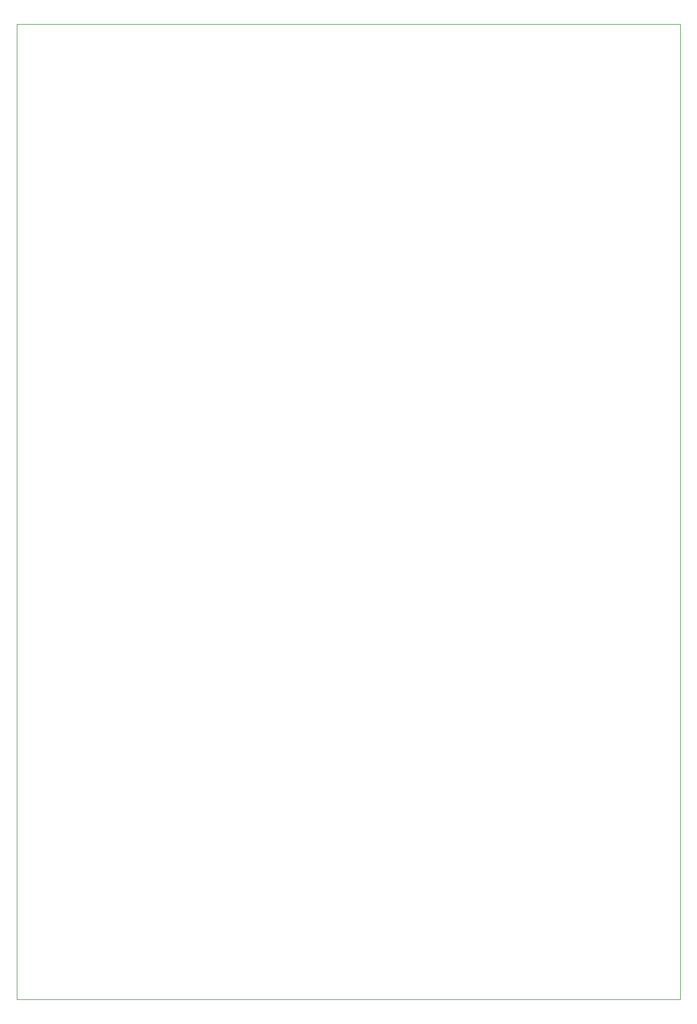
<source format=gbr>
G04 #@! TF.GenerationSoftware,KiCad,Pcbnew,5.1.2*
G04 #@! TF.CreationDate,2019-04-28T17:53:45-05:00*
G04 #@! TF.ProjectId,EXT_LCD+TECLADO,4558545f-4c43-4442-9b54-45434c41444f,rev?*
G04 #@! TF.SameCoordinates,Original*
G04 #@! TF.FileFunction,Profile,NP*
%FSLAX46Y46*%
G04 Gerber Fmt 4.6, Leading zero omitted, Abs format (unit mm)*
G04 Created by KiCad (PCBNEW 5.1.2) date 2019-04-28 17:53:45*
%MOMM*%
%LPD*%
G04 APERTURE LIST*
%ADD10C,0.050000*%
G04 APERTURE END LIST*
D10*
X130810000Y-166370000D02*
X130810000Y-19050000D01*
X231140000Y-166370000D02*
X130810000Y-166370000D01*
X231140000Y-19050000D02*
X231140000Y-166370000D01*
X130810000Y-19050000D02*
X231140000Y-19050000D01*
M02*

</source>
